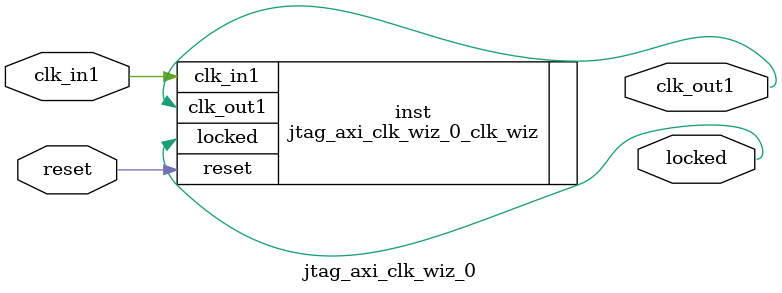
<source format=v>


`timescale 1ps/1ps

(* CORE_GENERATION_INFO = "jtag_axi_clk_wiz_0,clk_wiz_v5_3_3_0,{component_name=jtag_axi_clk_wiz_0,use_phase_alignment=true,use_min_o_jitter=false,use_max_i_jitter=false,use_dyn_phase_shift=false,use_inclk_switchover=false,use_dyn_reconfig=false,enable_axi=0,feedback_source=FDBK_AUTO,PRIMITIVE=MMCM,num_out_clk=1,clkin1_period=10.0,clkin2_period=10.0,use_power_down=false,use_reset=true,use_locked=true,use_inclk_stopped=false,feedback_type=SINGLE,CLOCK_MGR_TYPE=NA,manual_override=false}" *)

module jtag_axi_clk_wiz_0 
 (
  // Clock out ports
  output        clk_out1,
  // Status and control signals
  input         reset,
  output        locked,
 // Clock in ports
  input         clk_in1
 );

  jtag_axi_clk_wiz_0_clk_wiz inst
  (
  // Clock out ports  
  .clk_out1(clk_out1),
  // Status and control signals               
  .reset(reset), 
  .locked(locked),
 // Clock in ports
  .clk_in1(clk_in1)
  );

endmodule

</source>
